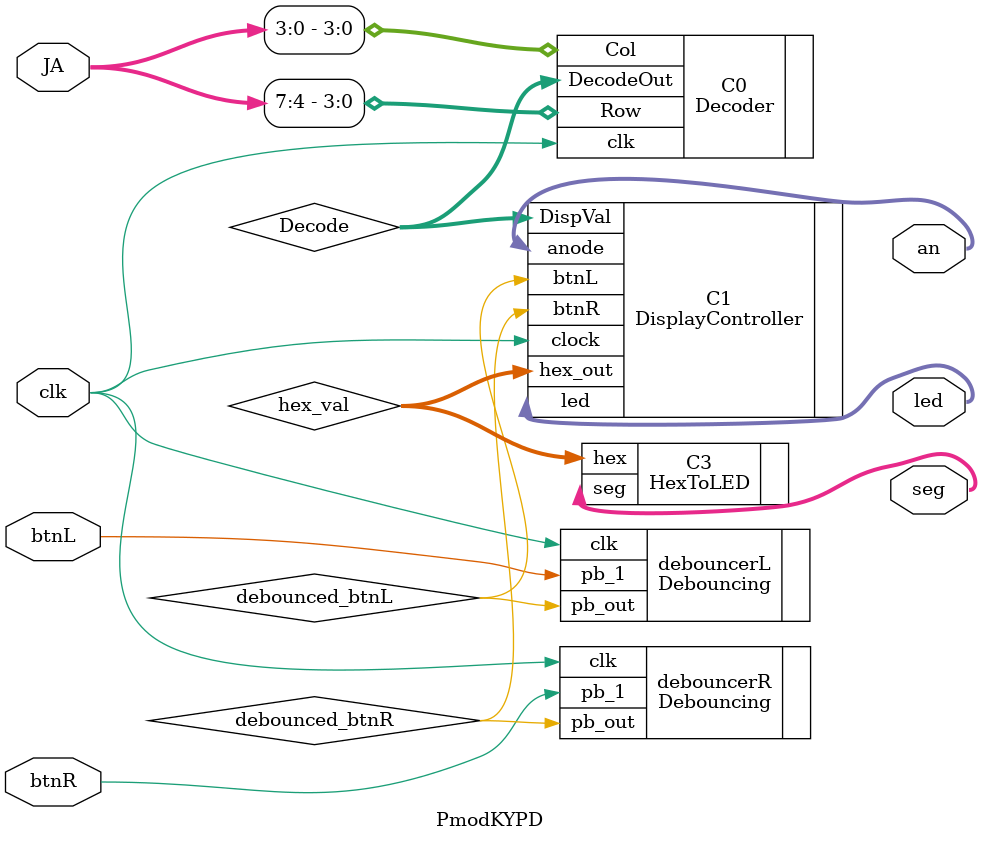
<source format=v>
`timescale 1ns / 1ps

// ==============================================================================================
// 												Define Module
// ==============================================================================================
module PmodKYPD(
    clk,
	btnR,
	btnL,
    JA,
    an,
    seg,
	led
    );
	 
	 
// ==============================================================================================
// 											Port Declarations
// ==============================================================================================
	input btnR;
	input btnL;		// Button C
	input clk;					// 100Mhz onboard clock
	inout [7:0] JA;			// Port JA on Nexys3, JA[3:0] is Columns, JA[10:7] is rows
	output [3:0] an;			// Anodes on seven segment display
	output [6:0] seg;			// Cathodes on seven segment display
	output [15:0] led;			// LEDs on Nexys3

// ==============================================================================================
// 							  		Parameters, Regsiters, and Wires
// ==============================================================================================
	
	// Output wires
	wire [3:0] an;
	wire [6:0] seg;
	wire [3:0] hex_val;
	wire [3:0] Decode;
	wire [15:0] led;

    wire debounced_btnR;
    wire debounced_btnL;

// ==============================================================================================
// 												Implementation
// ==============================================================================================

	//-----------------------------------------------
	//  						Decoder
	//-----------------------------------------------
	Decoder C0(
			.clk(clk),
			.Row(JA[7:4]),
			.Col(JA[3:0]),
			.DecodeOut(Decode)
	);

    Debouncing debouncerR(
        .clk(clk),
        .pb_1(btnR),
        .pb_out(debounced_btnR)
    );
    
    Debouncing debouncerL(
        .clk(clk),
        .pb_1(btnL),
        .pb_out(debounced_btnL)
    );

	//-----------------------------------------------
	//  		Seven Segment Display Controller
	//-----------------------------------------------
	DisplayController C1(
			.btnR(debounced_btnR),
			.btnL(debounced_btnL),
			.DispVal(Decode),
			.clock(clk),
			.anode(an),
			.hex_out(hex_val),
			.led(led)
	);
	
	HexToLED C3(
	       .hex(hex_val),
	       .seg(seg)
	);
	       

endmodule

</source>
